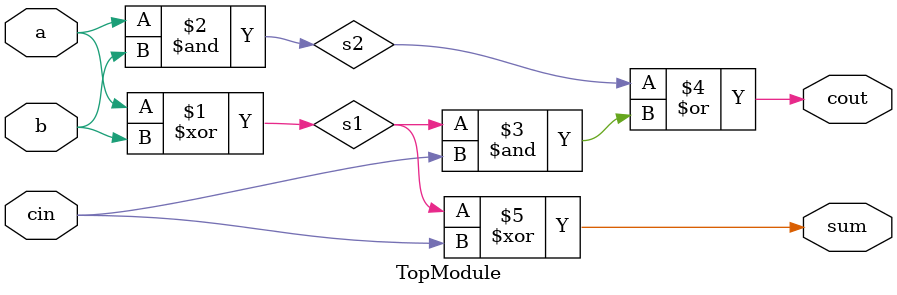
<source format=sv>


module TopModule (
  input a,
  input b,
  input cin,
  output cout,
  output sum
);

  // Calculate sum and carry-out
  wire s1, s2;
  
  // Sum without carry-out
  assign s1 = a ^ b;
  
  // Carry-out from the first addition (a + b)
  assign s2 = a & b;
  
  // Total carry-out including the carry-in
  assign cout = s2 | (s1 & cin);
  
  // Final sum with carry-in
  assign sum = s1 ^ cin;

endmodule

// VERILOG-EVAL: errant inclusion of module definition

</source>
